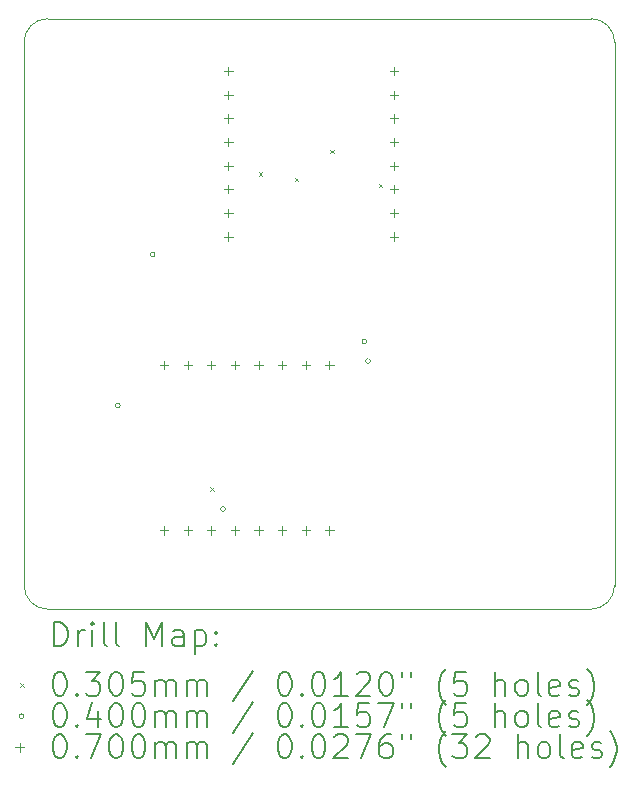
<source format=gbr>
%FSLAX45Y45*%
G04 Gerber Fmt 4.5, Leading zero omitted, Abs format (unit mm)*
G04 Created by KiCad (PCBNEW (6.0.0-0)) date 2022-07-24 14:36:45*
%MOMM*%
%LPD*%
G01*
G04 APERTURE LIST*
%TA.AperFunction,Profile*%
%ADD10C,0.050000*%
%TD*%
%ADD11C,0.200000*%
%ADD12C,0.030480*%
%ADD13C,0.040000*%
%ADD14C,0.070000*%
G04 APERTURE END LIST*
D10*
X-5000000Y-4800000D02*
G75*
G03*
X-4800000Y-5000000I200000J0D01*
G01*
X-200000Y-5000000D02*
G75*
G03*
X0Y-4800000I0J200000D01*
G01*
X-4800000Y0D02*
G75*
G03*
X-5000000Y-200000I0J-200000D01*
G01*
X0Y-200000D02*
G75*
G03*
X-200000Y0I-200000J0D01*
G01*
X-4800000Y-5000000D02*
X-200000Y-5000000D01*
X0Y-4800000D02*
X0Y-200000D01*
X-200000Y0D02*
X-4800000Y0D01*
X-5000000Y-200000D02*
X-5000000Y-4800000D01*
D11*
D12*
X-3425830Y-3968120D02*
X-3395350Y-3998600D01*
X-3395350Y-3968120D02*
X-3425830Y-3998600D01*
X-3013080Y-1301120D02*
X-2982600Y-1331600D01*
X-2982600Y-1301120D02*
X-3013080Y-1331600D01*
X-2707640Y-1346200D02*
X-2677160Y-1376680D01*
X-2677160Y-1346200D02*
X-2707640Y-1376680D01*
X-2409830Y-1110620D02*
X-2379350Y-1141100D01*
X-2379350Y-1110620D02*
X-2409830Y-1141100D01*
X-1997080Y-1396370D02*
X-1966600Y-1426850D01*
X-1966600Y-1396370D02*
X-1997080Y-1426850D01*
D13*
X-4186240Y-3276600D02*
G75*
G03*
X-4186240Y-3276600I-20000J0D01*
G01*
X-3891600Y-1996440D02*
G75*
G03*
X-3891600Y-1996440I-20000J0D01*
G01*
X-3295340Y-4153540D02*
G75*
G03*
X-3295340Y-4153540I-20000J0D01*
G01*
X-2098360Y-2733040D02*
G75*
G03*
X-2098360Y-2733040I-20000J0D01*
G01*
X-2067880Y-2900680D02*
G75*
G03*
X-2067880Y-2900680I-20000J0D01*
G01*
D14*
X-3814520Y-2899260D02*
X-3814520Y-2969260D01*
X-3849520Y-2934260D02*
X-3779520Y-2934260D01*
X-3814520Y-4299260D02*
X-3814520Y-4369260D01*
X-3849520Y-4334260D02*
X-3779520Y-4334260D01*
X-3614520Y-2899260D02*
X-3614520Y-2969260D01*
X-3649520Y-2934260D02*
X-3579520Y-2934260D01*
X-3614520Y-4299260D02*
X-3614520Y-4369260D01*
X-3649520Y-4334260D02*
X-3579520Y-4334260D01*
X-3414520Y-2899260D02*
X-3414520Y-2969260D01*
X-3449520Y-2934260D02*
X-3379520Y-2934260D01*
X-3414520Y-4299260D02*
X-3414520Y-4369260D01*
X-3449520Y-4334260D02*
X-3379520Y-4334260D01*
X-3269270Y-410310D02*
X-3269270Y-480310D01*
X-3304270Y-445310D02*
X-3234270Y-445310D01*
X-3269270Y-610310D02*
X-3269270Y-680310D01*
X-3304270Y-645310D02*
X-3234270Y-645310D01*
X-3269270Y-810310D02*
X-3269270Y-880310D01*
X-3304270Y-845310D02*
X-3234270Y-845310D01*
X-3269270Y-1010310D02*
X-3269270Y-1080310D01*
X-3304270Y-1045310D02*
X-3234270Y-1045310D01*
X-3269270Y-1210310D02*
X-3269270Y-1280310D01*
X-3304270Y-1245310D02*
X-3234270Y-1245310D01*
X-3269270Y-1410310D02*
X-3269270Y-1480310D01*
X-3304270Y-1445310D02*
X-3234270Y-1445310D01*
X-3269270Y-1610310D02*
X-3269270Y-1680310D01*
X-3304270Y-1645310D02*
X-3234270Y-1645310D01*
X-3269270Y-1810310D02*
X-3269270Y-1880310D01*
X-3304270Y-1845310D02*
X-3234270Y-1845310D01*
X-3214520Y-2899260D02*
X-3214520Y-2969260D01*
X-3249520Y-2934260D02*
X-3179520Y-2934260D01*
X-3214520Y-4299260D02*
X-3214520Y-4369260D01*
X-3249520Y-4334260D02*
X-3179520Y-4334260D01*
X-3014520Y-2899260D02*
X-3014520Y-2969260D01*
X-3049520Y-2934260D02*
X-2979520Y-2934260D01*
X-3014520Y-4299260D02*
X-3014520Y-4369260D01*
X-3049520Y-4334260D02*
X-2979520Y-4334260D01*
X-2814520Y-2899260D02*
X-2814520Y-2969260D01*
X-2849520Y-2934260D02*
X-2779520Y-2934260D01*
X-2814520Y-4299260D02*
X-2814520Y-4369260D01*
X-2849520Y-4334260D02*
X-2779520Y-4334260D01*
X-2614520Y-2899260D02*
X-2614520Y-2969260D01*
X-2649520Y-2934260D02*
X-2579520Y-2934260D01*
X-2614520Y-4299260D02*
X-2614520Y-4369260D01*
X-2649520Y-4334260D02*
X-2579520Y-4334260D01*
X-2414520Y-2899260D02*
X-2414520Y-2969260D01*
X-2449520Y-2934260D02*
X-2379520Y-2934260D01*
X-2414520Y-4299260D02*
X-2414520Y-4369260D01*
X-2449520Y-4334260D02*
X-2379520Y-4334260D01*
X-1869270Y-410310D02*
X-1869270Y-480310D01*
X-1904270Y-445310D02*
X-1834270Y-445310D01*
X-1869270Y-610310D02*
X-1869270Y-680310D01*
X-1904270Y-645310D02*
X-1834270Y-645310D01*
X-1869270Y-810310D02*
X-1869270Y-880310D01*
X-1904270Y-845310D02*
X-1834270Y-845310D01*
X-1869270Y-1010310D02*
X-1869270Y-1080310D01*
X-1904270Y-1045310D02*
X-1834270Y-1045310D01*
X-1869270Y-1210310D02*
X-1869270Y-1280310D01*
X-1904270Y-1245310D02*
X-1834270Y-1245310D01*
X-1869270Y-1410310D02*
X-1869270Y-1480310D01*
X-1904270Y-1445310D02*
X-1834270Y-1445310D01*
X-1869270Y-1610310D02*
X-1869270Y-1680310D01*
X-1904270Y-1645310D02*
X-1834270Y-1645310D01*
X-1869270Y-1810310D02*
X-1869270Y-1880310D01*
X-1904270Y-1845310D02*
X-1834270Y-1845310D01*
D11*
X-4744881Y-5312976D02*
X-4744881Y-5112976D01*
X-4697262Y-5112976D01*
X-4668690Y-5122500D01*
X-4649643Y-5141548D01*
X-4640119Y-5160595D01*
X-4630595Y-5198690D01*
X-4630595Y-5227262D01*
X-4640119Y-5265357D01*
X-4649643Y-5284405D01*
X-4668690Y-5303452D01*
X-4697262Y-5312976D01*
X-4744881Y-5312976D01*
X-4544881Y-5312976D02*
X-4544881Y-5179643D01*
X-4544881Y-5217738D02*
X-4535357Y-5198690D01*
X-4525833Y-5189167D01*
X-4506786Y-5179643D01*
X-4487738Y-5179643D01*
X-4421071Y-5312976D02*
X-4421071Y-5179643D01*
X-4421071Y-5112976D02*
X-4430595Y-5122500D01*
X-4421071Y-5132024D01*
X-4411548Y-5122500D01*
X-4421071Y-5112976D01*
X-4421071Y-5132024D01*
X-4297262Y-5312976D02*
X-4316310Y-5303452D01*
X-4325833Y-5284405D01*
X-4325833Y-5112976D01*
X-4192500Y-5312976D02*
X-4211548Y-5303452D01*
X-4221071Y-5284405D01*
X-4221071Y-5112976D01*
X-3963928Y-5312976D02*
X-3963928Y-5112976D01*
X-3897262Y-5255833D01*
X-3830595Y-5112976D01*
X-3830595Y-5312976D01*
X-3649643Y-5312976D02*
X-3649643Y-5208214D01*
X-3659167Y-5189167D01*
X-3678214Y-5179643D01*
X-3716309Y-5179643D01*
X-3735357Y-5189167D01*
X-3649643Y-5303452D02*
X-3668690Y-5312976D01*
X-3716309Y-5312976D01*
X-3735357Y-5303452D01*
X-3744881Y-5284405D01*
X-3744881Y-5265357D01*
X-3735357Y-5246310D01*
X-3716309Y-5236786D01*
X-3668690Y-5236786D01*
X-3649643Y-5227262D01*
X-3554405Y-5179643D02*
X-3554405Y-5379643D01*
X-3554405Y-5189167D02*
X-3535357Y-5179643D01*
X-3497262Y-5179643D01*
X-3478214Y-5189167D01*
X-3468690Y-5198690D01*
X-3459167Y-5217738D01*
X-3459167Y-5274881D01*
X-3468690Y-5293929D01*
X-3478214Y-5303452D01*
X-3497262Y-5312976D01*
X-3535357Y-5312976D01*
X-3554405Y-5303452D01*
X-3373452Y-5293929D02*
X-3363928Y-5303452D01*
X-3373452Y-5312976D01*
X-3382976Y-5303452D01*
X-3373452Y-5293929D01*
X-3373452Y-5312976D01*
X-3373452Y-5189167D02*
X-3363928Y-5198690D01*
X-3373452Y-5208214D01*
X-3382976Y-5198690D01*
X-3373452Y-5189167D01*
X-3373452Y-5208214D01*
D12*
X-5032980Y-5627260D02*
X-5002500Y-5657740D01*
X-5002500Y-5627260D02*
X-5032980Y-5657740D01*
D11*
X-4706786Y-5532976D02*
X-4687738Y-5532976D01*
X-4668690Y-5542500D01*
X-4659167Y-5552024D01*
X-4649643Y-5571071D01*
X-4640119Y-5609167D01*
X-4640119Y-5656786D01*
X-4649643Y-5694881D01*
X-4659167Y-5713928D01*
X-4668690Y-5723452D01*
X-4687738Y-5732976D01*
X-4706786Y-5732976D01*
X-4725833Y-5723452D01*
X-4735357Y-5713928D01*
X-4744881Y-5694881D01*
X-4754405Y-5656786D01*
X-4754405Y-5609167D01*
X-4744881Y-5571071D01*
X-4735357Y-5552024D01*
X-4725833Y-5542500D01*
X-4706786Y-5532976D01*
X-4554405Y-5713928D02*
X-4544881Y-5723452D01*
X-4554405Y-5732976D01*
X-4563929Y-5723452D01*
X-4554405Y-5713928D01*
X-4554405Y-5732976D01*
X-4478214Y-5532976D02*
X-4354405Y-5532976D01*
X-4421071Y-5609167D01*
X-4392500Y-5609167D01*
X-4373452Y-5618690D01*
X-4363929Y-5628214D01*
X-4354405Y-5647262D01*
X-4354405Y-5694881D01*
X-4363929Y-5713928D01*
X-4373452Y-5723452D01*
X-4392500Y-5732976D01*
X-4449643Y-5732976D01*
X-4468690Y-5723452D01*
X-4478214Y-5713928D01*
X-4230595Y-5532976D02*
X-4211548Y-5532976D01*
X-4192500Y-5542500D01*
X-4182976Y-5552024D01*
X-4173452Y-5571071D01*
X-4163928Y-5609167D01*
X-4163928Y-5656786D01*
X-4173452Y-5694881D01*
X-4182976Y-5713928D01*
X-4192500Y-5723452D01*
X-4211548Y-5732976D01*
X-4230595Y-5732976D01*
X-4249643Y-5723452D01*
X-4259167Y-5713928D01*
X-4268690Y-5694881D01*
X-4278214Y-5656786D01*
X-4278214Y-5609167D01*
X-4268690Y-5571071D01*
X-4259167Y-5552024D01*
X-4249643Y-5542500D01*
X-4230595Y-5532976D01*
X-3982976Y-5532976D02*
X-4078214Y-5532976D01*
X-4087738Y-5628214D01*
X-4078214Y-5618690D01*
X-4059167Y-5609167D01*
X-4011548Y-5609167D01*
X-3992500Y-5618690D01*
X-3982976Y-5628214D01*
X-3973452Y-5647262D01*
X-3973452Y-5694881D01*
X-3982976Y-5713928D01*
X-3992500Y-5723452D01*
X-4011548Y-5732976D01*
X-4059167Y-5732976D01*
X-4078214Y-5723452D01*
X-4087738Y-5713928D01*
X-3887738Y-5732976D02*
X-3887738Y-5599643D01*
X-3887738Y-5618690D02*
X-3878214Y-5609167D01*
X-3859167Y-5599643D01*
X-3830595Y-5599643D01*
X-3811548Y-5609167D01*
X-3802024Y-5628214D01*
X-3802024Y-5732976D01*
X-3802024Y-5628214D02*
X-3792500Y-5609167D01*
X-3773452Y-5599643D01*
X-3744881Y-5599643D01*
X-3725833Y-5609167D01*
X-3716309Y-5628214D01*
X-3716309Y-5732976D01*
X-3621071Y-5732976D02*
X-3621071Y-5599643D01*
X-3621071Y-5618690D02*
X-3611548Y-5609167D01*
X-3592500Y-5599643D01*
X-3563928Y-5599643D01*
X-3544881Y-5609167D01*
X-3535357Y-5628214D01*
X-3535357Y-5732976D01*
X-3535357Y-5628214D02*
X-3525833Y-5609167D01*
X-3506786Y-5599643D01*
X-3478214Y-5599643D01*
X-3459167Y-5609167D01*
X-3449643Y-5628214D01*
X-3449643Y-5732976D01*
X-3059167Y-5523452D02*
X-3230595Y-5780595D01*
X-2802024Y-5532976D02*
X-2782976Y-5532976D01*
X-2763929Y-5542500D01*
X-2754405Y-5552024D01*
X-2744881Y-5571071D01*
X-2735357Y-5609167D01*
X-2735357Y-5656786D01*
X-2744881Y-5694881D01*
X-2754405Y-5713928D01*
X-2763929Y-5723452D01*
X-2782976Y-5732976D01*
X-2802024Y-5732976D01*
X-2821071Y-5723452D01*
X-2830595Y-5713928D01*
X-2840119Y-5694881D01*
X-2849643Y-5656786D01*
X-2849643Y-5609167D01*
X-2840119Y-5571071D01*
X-2830595Y-5552024D01*
X-2821071Y-5542500D01*
X-2802024Y-5532976D01*
X-2649643Y-5713928D02*
X-2640119Y-5723452D01*
X-2649643Y-5732976D01*
X-2659167Y-5723452D01*
X-2649643Y-5713928D01*
X-2649643Y-5732976D01*
X-2516310Y-5532976D02*
X-2497262Y-5532976D01*
X-2478214Y-5542500D01*
X-2468690Y-5552024D01*
X-2459167Y-5571071D01*
X-2449643Y-5609167D01*
X-2449643Y-5656786D01*
X-2459167Y-5694881D01*
X-2468690Y-5713928D01*
X-2478214Y-5723452D01*
X-2497262Y-5732976D01*
X-2516310Y-5732976D01*
X-2535357Y-5723452D01*
X-2544881Y-5713928D01*
X-2554405Y-5694881D01*
X-2563929Y-5656786D01*
X-2563929Y-5609167D01*
X-2554405Y-5571071D01*
X-2544881Y-5552024D01*
X-2535357Y-5542500D01*
X-2516310Y-5532976D01*
X-2259167Y-5732976D02*
X-2373452Y-5732976D01*
X-2316310Y-5732976D02*
X-2316310Y-5532976D01*
X-2335357Y-5561548D01*
X-2354405Y-5580595D01*
X-2373452Y-5590119D01*
X-2182976Y-5552024D02*
X-2173452Y-5542500D01*
X-2154405Y-5532976D01*
X-2106786Y-5532976D01*
X-2087738Y-5542500D01*
X-2078214Y-5552024D01*
X-2068690Y-5571071D01*
X-2068690Y-5590119D01*
X-2078214Y-5618690D01*
X-2192500Y-5732976D01*
X-2068690Y-5732976D01*
X-1944881Y-5532976D02*
X-1925833Y-5532976D01*
X-1906786Y-5542500D01*
X-1897262Y-5552024D01*
X-1887738Y-5571071D01*
X-1878214Y-5609167D01*
X-1878214Y-5656786D01*
X-1887738Y-5694881D01*
X-1897262Y-5713928D01*
X-1906786Y-5723452D01*
X-1925833Y-5732976D01*
X-1944881Y-5732976D01*
X-1963928Y-5723452D01*
X-1973452Y-5713928D01*
X-1982976Y-5694881D01*
X-1992500Y-5656786D01*
X-1992500Y-5609167D01*
X-1982976Y-5571071D01*
X-1973452Y-5552024D01*
X-1963928Y-5542500D01*
X-1944881Y-5532976D01*
X-1802024Y-5532976D02*
X-1802024Y-5571071D01*
X-1725833Y-5532976D02*
X-1725833Y-5571071D01*
X-1430595Y-5809167D02*
X-1440119Y-5799643D01*
X-1459167Y-5771071D01*
X-1468690Y-5752024D01*
X-1478214Y-5723452D01*
X-1487738Y-5675833D01*
X-1487738Y-5637738D01*
X-1478214Y-5590119D01*
X-1468690Y-5561548D01*
X-1459167Y-5542500D01*
X-1440119Y-5513929D01*
X-1430595Y-5504405D01*
X-1259167Y-5532976D02*
X-1354405Y-5532976D01*
X-1363929Y-5628214D01*
X-1354405Y-5618690D01*
X-1335357Y-5609167D01*
X-1287738Y-5609167D01*
X-1268690Y-5618690D01*
X-1259167Y-5628214D01*
X-1249643Y-5647262D01*
X-1249643Y-5694881D01*
X-1259167Y-5713928D01*
X-1268690Y-5723452D01*
X-1287738Y-5732976D01*
X-1335357Y-5732976D01*
X-1354405Y-5723452D01*
X-1363929Y-5713928D01*
X-1011548Y-5732976D02*
X-1011548Y-5532976D01*
X-925833Y-5732976D02*
X-925833Y-5628214D01*
X-935357Y-5609167D01*
X-954405Y-5599643D01*
X-982976Y-5599643D01*
X-1002024Y-5609167D01*
X-1011548Y-5618690D01*
X-802024Y-5732976D02*
X-821071Y-5723452D01*
X-830595Y-5713928D01*
X-840119Y-5694881D01*
X-840119Y-5637738D01*
X-830595Y-5618690D01*
X-821071Y-5609167D01*
X-802024Y-5599643D01*
X-773452Y-5599643D01*
X-754405Y-5609167D01*
X-744881Y-5618690D01*
X-735357Y-5637738D01*
X-735357Y-5694881D01*
X-744881Y-5713928D01*
X-754405Y-5723452D01*
X-773452Y-5732976D01*
X-802024Y-5732976D01*
X-621071Y-5732976D02*
X-640119Y-5723452D01*
X-649643Y-5704405D01*
X-649643Y-5532976D01*
X-468690Y-5723452D02*
X-487738Y-5732976D01*
X-525833Y-5732976D01*
X-544881Y-5723452D01*
X-554405Y-5704405D01*
X-554405Y-5628214D01*
X-544881Y-5609167D01*
X-525833Y-5599643D01*
X-487738Y-5599643D01*
X-468690Y-5609167D01*
X-459167Y-5628214D01*
X-459167Y-5647262D01*
X-554405Y-5666309D01*
X-382976Y-5723452D02*
X-363928Y-5732976D01*
X-325833Y-5732976D01*
X-306786Y-5723452D01*
X-297262Y-5704405D01*
X-297262Y-5694881D01*
X-306786Y-5675833D01*
X-325833Y-5666309D01*
X-354405Y-5666309D01*
X-373452Y-5656786D01*
X-382976Y-5637738D01*
X-382976Y-5628214D01*
X-373452Y-5609167D01*
X-354405Y-5599643D01*
X-325833Y-5599643D01*
X-306786Y-5609167D01*
X-230595Y-5809167D02*
X-221071Y-5799643D01*
X-202024Y-5771071D01*
X-192500Y-5752024D01*
X-182976Y-5723452D01*
X-173452Y-5675833D01*
X-173452Y-5637738D01*
X-182976Y-5590119D01*
X-192500Y-5561548D01*
X-202024Y-5542500D01*
X-221071Y-5513929D01*
X-230595Y-5504405D01*
D13*
X-5002500Y-5906500D02*
G75*
G03*
X-5002500Y-5906500I-20000J0D01*
G01*
D11*
X-4706786Y-5796976D02*
X-4687738Y-5796976D01*
X-4668690Y-5806500D01*
X-4659167Y-5816024D01*
X-4649643Y-5835071D01*
X-4640119Y-5873167D01*
X-4640119Y-5920786D01*
X-4649643Y-5958881D01*
X-4659167Y-5977928D01*
X-4668690Y-5987452D01*
X-4687738Y-5996976D01*
X-4706786Y-5996976D01*
X-4725833Y-5987452D01*
X-4735357Y-5977928D01*
X-4744881Y-5958881D01*
X-4754405Y-5920786D01*
X-4754405Y-5873167D01*
X-4744881Y-5835071D01*
X-4735357Y-5816024D01*
X-4725833Y-5806500D01*
X-4706786Y-5796976D01*
X-4554405Y-5977928D02*
X-4544881Y-5987452D01*
X-4554405Y-5996976D01*
X-4563929Y-5987452D01*
X-4554405Y-5977928D01*
X-4554405Y-5996976D01*
X-4373452Y-5863643D02*
X-4373452Y-5996976D01*
X-4421071Y-5787452D02*
X-4468690Y-5930309D01*
X-4344881Y-5930309D01*
X-4230595Y-5796976D02*
X-4211548Y-5796976D01*
X-4192500Y-5806500D01*
X-4182976Y-5816024D01*
X-4173452Y-5835071D01*
X-4163928Y-5873167D01*
X-4163928Y-5920786D01*
X-4173452Y-5958881D01*
X-4182976Y-5977928D01*
X-4192500Y-5987452D01*
X-4211548Y-5996976D01*
X-4230595Y-5996976D01*
X-4249643Y-5987452D01*
X-4259167Y-5977928D01*
X-4268690Y-5958881D01*
X-4278214Y-5920786D01*
X-4278214Y-5873167D01*
X-4268690Y-5835071D01*
X-4259167Y-5816024D01*
X-4249643Y-5806500D01*
X-4230595Y-5796976D01*
X-4040119Y-5796976D02*
X-4021071Y-5796976D01*
X-4002024Y-5806500D01*
X-3992500Y-5816024D01*
X-3982976Y-5835071D01*
X-3973452Y-5873167D01*
X-3973452Y-5920786D01*
X-3982976Y-5958881D01*
X-3992500Y-5977928D01*
X-4002024Y-5987452D01*
X-4021071Y-5996976D01*
X-4040119Y-5996976D01*
X-4059167Y-5987452D01*
X-4068690Y-5977928D01*
X-4078214Y-5958881D01*
X-4087738Y-5920786D01*
X-4087738Y-5873167D01*
X-4078214Y-5835071D01*
X-4068690Y-5816024D01*
X-4059167Y-5806500D01*
X-4040119Y-5796976D01*
X-3887738Y-5996976D02*
X-3887738Y-5863643D01*
X-3887738Y-5882690D02*
X-3878214Y-5873167D01*
X-3859167Y-5863643D01*
X-3830595Y-5863643D01*
X-3811548Y-5873167D01*
X-3802024Y-5892214D01*
X-3802024Y-5996976D01*
X-3802024Y-5892214D02*
X-3792500Y-5873167D01*
X-3773452Y-5863643D01*
X-3744881Y-5863643D01*
X-3725833Y-5873167D01*
X-3716309Y-5892214D01*
X-3716309Y-5996976D01*
X-3621071Y-5996976D02*
X-3621071Y-5863643D01*
X-3621071Y-5882690D02*
X-3611548Y-5873167D01*
X-3592500Y-5863643D01*
X-3563928Y-5863643D01*
X-3544881Y-5873167D01*
X-3535357Y-5892214D01*
X-3535357Y-5996976D01*
X-3535357Y-5892214D02*
X-3525833Y-5873167D01*
X-3506786Y-5863643D01*
X-3478214Y-5863643D01*
X-3459167Y-5873167D01*
X-3449643Y-5892214D01*
X-3449643Y-5996976D01*
X-3059167Y-5787452D02*
X-3230595Y-6044595D01*
X-2802024Y-5796976D02*
X-2782976Y-5796976D01*
X-2763929Y-5806500D01*
X-2754405Y-5816024D01*
X-2744881Y-5835071D01*
X-2735357Y-5873167D01*
X-2735357Y-5920786D01*
X-2744881Y-5958881D01*
X-2754405Y-5977928D01*
X-2763929Y-5987452D01*
X-2782976Y-5996976D01*
X-2802024Y-5996976D01*
X-2821071Y-5987452D01*
X-2830595Y-5977928D01*
X-2840119Y-5958881D01*
X-2849643Y-5920786D01*
X-2849643Y-5873167D01*
X-2840119Y-5835071D01*
X-2830595Y-5816024D01*
X-2821071Y-5806500D01*
X-2802024Y-5796976D01*
X-2649643Y-5977928D02*
X-2640119Y-5987452D01*
X-2649643Y-5996976D01*
X-2659167Y-5987452D01*
X-2649643Y-5977928D01*
X-2649643Y-5996976D01*
X-2516310Y-5796976D02*
X-2497262Y-5796976D01*
X-2478214Y-5806500D01*
X-2468690Y-5816024D01*
X-2459167Y-5835071D01*
X-2449643Y-5873167D01*
X-2449643Y-5920786D01*
X-2459167Y-5958881D01*
X-2468690Y-5977928D01*
X-2478214Y-5987452D01*
X-2497262Y-5996976D01*
X-2516310Y-5996976D01*
X-2535357Y-5987452D01*
X-2544881Y-5977928D01*
X-2554405Y-5958881D01*
X-2563929Y-5920786D01*
X-2563929Y-5873167D01*
X-2554405Y-5835071D01*
X-2544881Y-5816024D01*
X-2535357Y-5806500D01*
X-2516310Y-5796976D01*
X-2259167Y-5996976D02*
X-2373452Y-5996976D01*
X-2316310Y-5996976D02*
X-2316310Y-5796976D01*
X-2335357Y-5825548D01*
X-2354405Y-5844595D01*
X-2373452Y-5854119D01*
X-2078214Y-5796976D02*
X-2173452Y-5796976D01*
X-2182976Y-5892214D01*
X-2173452Y-5882690D01*
X-2154405Y-5873167D01*
X-2106786Y-5873167D01*
X-2087738Y-5882690D01*
X-2078214Y-5892214D01*
X-2068690Y-5911262D01*
X-2068690Y-5958881D01*
X-2078214Y-5977928D01*
X-2087738Y-5987452D01*
X-2106786Y-5996976D01*
X-2154405Y-5996976D01*
X-2173452Y-5987452D01*
X-2182976Y-5977928D01*
X-2002024Y-5796976D02*
X-1868690Y-5796976D01*
X-1954405Y-5996976D01*
X-1802024Y-5796976D02*
X-1802024Y-5835071D01*
X-1725833Y-5796976D02*
X-1725833Y-5835071D01*
X-1430595Y-6073167D02*
X-1440119Y-6063643D01*
X-1459167Y-6035071D01*
X-1468690Y-6016024D01*
X-1478214Y-5987452D01*
X-1487738Y-5939833D01*
X-1487738Y-5901738D01*
X-1478214Y-5854119D01*
X-1468690Y-5825548D01*
X-1459167Y-5806500D01*
X-1440119Y-5777928D01*
X-1430595Y-5768405D01*
X-1259167Y-5796976D02*
X-1354405Y-5796976D01*
X-1363929Y-5892214D01*
X-1354405Y-5882690D01*
X-1335357Y-5873167D01*
X-1287738Y-5873167D01*
X-1268690Y-5882690D01*
X-1259167Y-5892214D01*
X-1249643Y-5911262D01*
X-1249643Y-5958881D01*
X-1259167Y-5977928D01*
X-1268690Y-5987452D01*
X-1287738Y-5996976D01*
X-1335357Y-5996976D01*
X-1354405Y-5987452D01*
X-1363929Y-5977928D01*
X-1011548Y-5996976D02*
X-1011548Y-5796976D01*
X-925833Y-5996976D02*
X-925833Y-5892214D01*
X-935357Y-5873167D01*
X-954405Y-5863643D01*
X-982976Y-5863643D01*
X-1002024Y-5873167D01*
X-1011548Y-5882690D01*
X-802024Y-5996976D02*
X-821071Y-5987452D01*
X-830595Y-5977928D01*
X-840119Y-5958881D01*
X-840119Y-5901738D01*
X-830595Y-5882690D01*
X-821071Y-5873167D01*
X-802024Y-5863643D01*
X-773452Y-5863643D01*
X-754405Y-5873167D01*
X-744881Y-5882690D01*
X-735357Y-5901738D01*
X-735357Y-5958881D01*
X-744881Y-5977928D01*
X-754405Y-5987452D01*
X-773452Y-5996976D01*
X-802024Y-5996976D01*
X-621071Y-5996976D02*
X-640119Y-5987452D01*
X-649643Y-5968405D01*
X-649643Y-5796976D01*
X-468690Y-5987452D02*
X-487738Y-5996976D01*
X-525833Y-5996976D01*
X-544881Y-5987452D01*
X-554405Y-5968405D01*
X-554405Y-5892214D01*
X-544881Y-5873167D01*
X-525833Y-5863643D01*
X-487738Y-5863643D01*
X-468690Y-5873167D01*
X-459167Y-5892214D01*
X-459167Y-5911262D01*
X-554405Y-5930309D01*
X-382976Y-5987452D02*
X-363928Y-5996976D01*
X-325833Y-5996976D01*
X-306786Y-5987452D01*
X-297262Y-5968405D01*
X-297262Y-5958881D01*
X-306786Y-5939833D01*
X-325833Y-5930309D01*
X-354405Y-5930309D01*
X-373452Y-5920786D01*
X-382976Y-5901738D01*
X-382976Y-5892214D01*
X-373452Y-5873167D01*
X-354405Y-5863643D01*
X-325833Y-5863643D01*
X-306786Y-5873167D01*
X-230595Y-6073167D02*
X-221071Y-6063643D01*
X-202024Y-6035071D01*
X-192500Y-6016024D01*
X-182976Y-5987452D01*
X-173452Y-5939833D01*
X-173452Y-5901738D01*
X-182976Y-5854119D01*
X-192500Y-5825548D01*
X-202024Y-5806500D01*
X-221071Y-5777928D01*
X-230595Y-5768405D01*
D14*
X-5037500Y-6135500D02*
X-5037500Y-6205500D01*
X-5072500Y-6170500D02*
X-5002500Y-6170500D01*
D11*
X-4706786Y-6060976D02*
X-4687738Y-6060976D01*
X-4668690Y-6070500D01*
X-4659167Y-6080024D01*
X-4649643Y-6099071D01*
X-4640119Y-6137167D01*
X-4640119Y-6184786D01*
X-4649643Y-6222881D01*
X-4659167Y-6241928D01*
X-4668690Y-6251452D01*
X-4687738Y-6260976D01*
X-4706786Y-6260976D01*
X-4725833Y-6251452D01*
X-4735357Y-6241928D01*
X-4744881Y-6222881D01*
X-4754405Y-6184786D01*
X-4754405Y-6137167D01*
X-4744881Y-6099071D01*
X-4735357Y-6080024D01*
X-4725833Y-6070500D01*
X-4706786Y-6060976D01*
X-4554405Y-6241928D02*
X-4544881Y-6251452D01*
X-4554405Y-6260976D01*
X-4563929Y-6251452D01*
X-4554405Y-6241928D01*
X-4554405Y-6260976D01*
X-4478214Y-6060976D02*
X-4344881Y-6060976D01*
X-4430595Y-6260976D01*
X-4230595Y-6060976D02*
X-4211548Y-6060976D01*
X-4192500Y-6070500D01*
X-4182976Y-6080024D01*
X-4173452Y-6099071D01*
X-4163928Y-6137167D01*
X-4163928Y-6184786D01*
X-4173452Y-6222881D01*
X-4182976Y-6241928D01*
X-4192500Y-6251452D01*
X-4211548Y-6260976D01*
X-4230595Y-6260976D01*
X-4249643Y-6251452D01*
X-4259167Y-6241928D01*
X-4268690Y-6222881D01*
X-4278214Y-6184786D01*
X-4278214Y-6137167D01*
X-4268690Y-6099071D01*
X-4259167Y-6080024D01*
X-4249643Y-6070500D01*
X-4230595Y-6060976D01*
X-4040119Y-6060976D02*
X-4021071Y-6060976D01*
X-4002024Y-6070500D01*
X-3992500Y-6080024D01*
X-3982976Y-6099071D01*
X-3973452Y-6137167D01*
X-3973452Y-6184786D01*
X-3982976Y-6222881D01*
X-3992500Y-6241928D01*
X-4002024Y-6251452D01*
X-4021071Y-6260976D01*
X-4040119Y-6260976D01*
X-4059167Y-6251452D01*
X-4068690Y-6241928D01*
X-4078214Y-6222881D01*
X-4087738Y-6184786D01*
X-4087738Y-6137167D01*
X-4078214Y-6099071D01*
X-4068690Y-6080024D01*
X-4059167Y-6070500D01*
X-4040119Y-6060976D01*
X-3887738Y-6260976D02*
X-3887738Y-6127643D01*
X-3887738Y-6146690D02*
X-3878214Y-6137167D01*
X-3859167Y-6127643D01*
X-3830595Y-6127643D01*
X-3811548Y-6137167D01*
X-3802024Y-6156214D01*
X-3802024Y-6260976D01*
X-3802024Y-6156214D02*
X-3792500Y-6137167D01*
X-3773452Y-6127643D01*
X-3744881Y-6127643D01*
X-3725833Y-6137167D01*
X-3716309Y-6156214D01*
X-3716309Y-6260976D01*
X-3621071Y-6260976D02*
X-3621071Y-6127643D01*
X-3621071Y-6146690D02*
X-3611548Y-6137167D01*
X-3592500Y-6127643D01*
X-3563928Y-6127643D01*
X-3544881Y-6137167D01*
X-3535357Y-6156214D01*
X-3535357Y-6260976D01*
X-3535357Y-6156214D02*
X-3525833Y-6137167D01*
X-3506786Y-6127643D01*
X-3478214Y-6127643D01*
X-3459167Y-6137167D01*
X-3449643Y-6156214D01*
X-3449643Y-6260976D01*
X-3059167Y-6051452D02*
X-3230595Y-6308595D01*
X-2802024Y-6060976D02*
X-2782976Y-6060976D01*
X-2763929Y-6070500D01*
X-2754405Y-6080024D01*
X-2744881Y-6099071D01*
X-2735357Y-6137167D01*
X-2735357Y-6184786D01*
X-2744881Y-6222881D01*
X-2754405Y-6241928D01*
X-2763929Y-6251452D01*
X-2782976Y-6260976D01*
X-2802024Y-6260976D01*
X-2821071Y-6251452D01*
X-2830595Y-6241928D01*
X-2840119Y-6222881D01*
X-2849643Y-6184786D01*
X-2849643Y-6137167D01*
X-2840119Y-6099071D01*
X-2830595Y-6080024D01*
X-2821071Y-6070500D01*
X-2802024Y-6060976D01*
X-2649643Y-6241928D02*
X-2640119Y-6251452D01*
X-2649643Y-6260976D01*
X-2659167Y-6251452D01*
X-2649643Y-6241928D01*
X-2649643Y-6260976D01*
X-2516310Y-6060976D02*
X-2497262Y-6060976D01*
X-2478214Y-6070500D01*
X-2468690Y-6080024D01*
X-2459167Y-6099071D01*
X-2449643Y-6137167D01*
X-2449643Y-6184786D01*
X-2459167Y-6222881D01*
X-2468690Y-6241928D01*
X-2478214Y-6251452D01*
X-2497262Y-6260976D01*
X-2516310Y-6260976D01*
X-2535357Y-6251452D01*
X-2544881Y-6241928D01*
X-2554405Y-6222881D01*
X-2563929Y-6184786D01*
X-2563929Y-6137167D01*
X-2554405Y-6099071D01*
X-2544881Y-6080024D01*
X-2535357Y-6070500D01*
X-2516310Y-6060976D01*
X-2373452Y-6080024D02*
X-2363929Y-6070500D01*
X-2344881Y-6060976D01*
X-2297262Y-6060976D01*
X-2278214Y-6070500D01*
X-2268690Y-6080024D01*
X-2259167Y-6099071D01*
X-2259167Y-6118119D01*
X-2268690Y-6146690D01*
X-2382976Y-6260976D01*
X-2259167Y-6260976D01*
X-2192500Y-6060976D02*
X-2059167Y-6060976D01*
X-2144881Y-6260976D01*
X-1897262Y-6060976D02*
X-1935357Y-6060976D01*
X-1954405Y-6070500D01*
X-1963928Y-6080024D01*
X-1982976Y-6108595D01*
X-1992500Y-6146690D01*
X-1992500Y-6222881D01*
X-1982976Y-6241928D01*
X-1973452Y-6251452D01*
X-1954405Y-6260976D01*
X-1916309Y-6260976D01*
X-1897262Y-6251452D01*
X-1887738Y-6241928D01*
X-1878214Y-6222881D01*
X-1878214Y-6175262D01*
X-1887738Y-6156214D01*
X-1897262Y-6146690D01*
X-1916309Y-6137167D01*
X-1954405Y-6137167D01*
X-1973452Y-6146690D01*
X-1982976Y-6156214D01*
X-1992500Y-6175262D01*
X-1802024Y-6060976D02*
X-1802024Y-6099071D01*
X-1725833Y-6060976D02*
X-1725833Y-6099071D01*
X-1430595Y-6337167D02*
X-1440119Y-6327643D01*
X-1459167Y-6299071D01*
X-1468690Y-6280024D01*
X-1478214Y-6251452D01*
X-1487738Y-6203833D01*
X-1487738Y-6165738D01*
X-1478214Y-6118119D01*
X-1468690Y-6089548D01*
X-1459167Y-6070500D01*
X-1440119Y-6041928D01*
X-1430595Y-6032405D01*
X-1373452Y-6060976D02*
X-1249643Y-6060976D01*
X-1316310Y-6137167D01*
X-1287738Y-6137167D01*
X-1268690Y-6146690D01*
X-1259167Y-6156214D01*
X-1249643Y-6175262D01*
X-1249643Y-6222881D01*
X-1259167Y-6241928D01*
X-1268690Y-6251452D01*
X-1287738Y-6260976D01*
X-1344881Y-6260976D01*
X-1363929Y-6251452D01*
X-1373452Y-6241928D01*
X-1173452Y-6080024D02*
X-1163929Y-6070500D01*
X-1144881Y-6060976D01*
X-1097262Y-6060976D01*
X-1078214Y-6070500D01*
X-1068690Y-6080024D01*
X-1059167Y-6099071D01*
X-1059167Y-6118119D01*
X-1068690Y-6146690D01*
X-1182976Y-6260976D01*
X-1059167Y-6260976D01*
X-821071Y-6260976D02*
X-821071Y-6060976D01*
X-735357Y-6260976D02*
X-735357Y-6156214D01*
X-744881Y-6137167D01*
X-763928Y-6127643D01*
X-792500Y-6127643D01*
X-811548Y-6137167D01*
X-821071Y-6146690D01*
X-611548Y-6260976D02*
X-630595Y-6251452D01*
X-640119Y-6241928D01*
X-649643Y-6222881D01*
X-649643Y-6165738D01*
X-640119Y-6146690D01*
X-630595Y-6137167D01*
X-611548Y-6127643D01*
X-582976Y-6127643D01*
X-563929Y-6137167D01*
X-554405Y-6146690D01*
X-544881Y-6165738D01*
X-544881Y-6222881D01*
X-554405Y-6241928D01*
X-563929Y-6251452D01*
X-582976Y-6260976D01*
X-611548Y-6260976D01*
X-430595Y-6260976D02*
X-449643Y-6251452D01*
X-459167Y-6232405D01*
X-459167Y-6060976D01*
X-278214Y-6251452D02*
X-297262Y-6260976D01*
X-335357Y-6260976D01*
X-354405Y-6251452D01*
X-363928Y-6232405D01*
X-363928Y-6156214D01*
X-354405Y-6137167D01*
X-335357Y-6127643D01*
X-297262Y-6127643D01*
X-278214Y-6137167D01*
X-268690Y-6156214D01*
X-268690Y-6175262D01*
X-363928Y-6194309D01*
X-192500Y-6251452D02*
X-173452Y-6260976D01*
X-135357Y-6260976D01*
X-116309Y-6251452D01*
X-106786Y-6232405D01*
X-106786Y-6222881D01*
X-116309Y-6203833D01*
X-135357Y-6194309D01*
X-163929Y-6194309D01*
X-182976Y-6184786D01*
X-192500Y-6165738D01*
X-192500Y-6156214D01*
X-182976Y-6137167D01*
X-163929Y-6127643D01*
X-135357Y-6127643D01*
X-116309Y-6137167D01*
X-40119Y-6337167D02*
X-30595Y-6327643D01*
X-11548Y-6299071D01*
X-2024Y-6280024D01*
X7500Y-6251452D01*
X17024Y-6203833D01*
X17024Y-6165738D01*
X7500Y-6118119D01*
X-2024Y-6089548D01*
X-11548Y-6070500D01*
X-30595Y-6041928D01*
X-40119Y-6032405D01*
M02*

</source>
